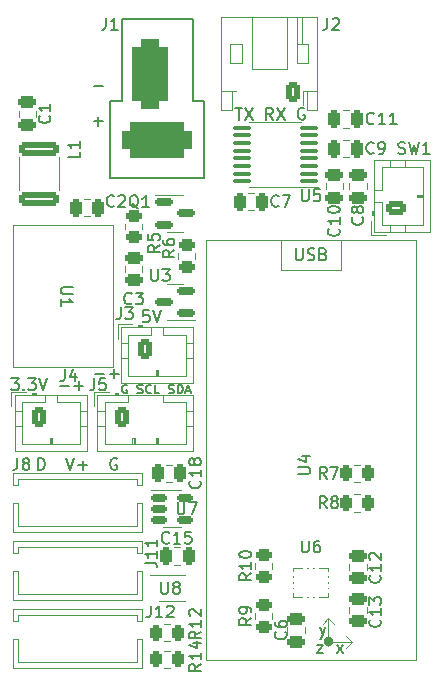
<source format=gto>
G04 #@! TF.GenerationSoftware,KiCad,Pcbnew,6.0.9-8da3e8f707~116~ubuntu20.04.1*
G04 #@! TF.CreationDate,2022-11-15T09:16:16-05:00*
G04 #@! TF.ProjectId,dynamixel_control,64796e61-6d69-4786-956c-5f636f6e7472,rev?*
G04 #@! TF.SameCoordinates,Original*
G04 #@! TF.FileFunction,Legend,Top*
G04 #@! TF.FilePolarity,Positive*
%FSLAX46Y46*%
G04 Gerber Fmt 4.6, Leading zero omitted, Abs format (unit mm)*
G04 Created by KiCad (PCBNEW 6.0.9-8da3e8f707~116~ubuntu20.04.1) date 2022-11-15 09:16:16*
%MOMM*%
%LPD*%
G01*
G04 APERTURE LIST*
G04 Aperture macros list*
%AMRoundRect*
0 Rectangle with rounded corners*
0 $1 Rounding radius*
0 $2 $3 $4 $5 $6 $7 $8 $9 X,Y pos of 4 corners*
0 Add a 4 corners polygon primitive as box body*
4,1,4,$2,$3,$4,$5,$6,$7,$8,$9,$2,$3,0*
0 Add four circle primitives for the rounded corners*
1,1,$1+$1,$2,$3*
1,1,$1+$1,$4,$5*
1,1,$1+$1,$6,$7*
1,1,$1+$1,$8,$9*
0 Add four rect primitives between the rounded corners*
20,1,$1+$1,$2,$3,$4,$5,0*
20,1,$1+$1,$4,$5,$6,$7,0*
20,1,$1+$1,$6,$7,$8,$9,0*
20,1,$1+$1,$8,$9,$2,$3,0*%
G04 Aperture macros list end*
%ADD10C,0.150000*%
%ADD11C,0.200000*%
%ADD12C,0.120000*%
%ADD13C,0.413553*%
%ADD14RoundRect,0.750000X0.750000X2.250000X-0.750000X2.250000X-0.750000X-2.250000X0.750000X-2.250000X0*%
%ADD15RoundRect,0.750000X-2.250000X0.750000X-2.250000X-0.750000X2.250000X-0.750000X2.250000X0.750000X0*%
%ADD16RoundRect,0.250000X-0.450000X0.262500X-0.450000X-0.262500X0.450000X-0.262500X0.450000X0.262500X0*%
%ADD17RoundRect,0.250000X-0.475000X0.250000X-0.475000X-0.250000X0.475000X-0.250000X0.475000X0.250000X0*%
%ADD18C,3.200000*%
%ADD19RoundRect,0.250000X-0.250000X-0.475000X0.250000X-0.475000X0.250000X0.475000X-0.250000X0.475000X0*%
%ADD20RoundRect,0.250000X-0.350000X-0.625000X0.350000X-0.625000X0.350000X0.625000X-0.350000X0.625000X0*%
%ADD21O,1.200000X1.750000*%
%ADD22RoundRect,0.250000X0.625000X-0.350000X0.625000X0.350000X-0.625000X0.350000X-0.625000X-0.350000X0*%
%ADD23O,1.750000X1.200000*%
%ADD24RoundRect,0.250000X0.350000X0.625000X-0.350000X0.625000X-0.350000X-0.625000X0.350000X-0.625000X0*%
%ADD25RoundRect,0.250000X0.262500X0.450000X-0.262500X0.450000X-0.262500X-0.450000X0.262500X-0.450000X0*%
%ADD26RoundRect,0.250000X-0.262500X-0.450000X0.262500X-0.450000X0.262500X0.450000X-0.262500X0.450000X0*%
%ADD27O,1.651000X1.270000*%
%ADD28RoundRect,0.250000X0.475000X-0.250000X0.475000X0.250000X-0.475000X0.250000X-0.475000X-0.250000X0*%
%ADD29RoundRect,0.150000X0.587500X0.150000X-0.587500X0.150000X-0.587500X-0.150000X0.587500X-0.150000X0*%
%ADD30RoundRect,0.250000X0.450000X-0.262500X0.450000X0.262500X-0.450000X0.262500X-0.450000X-0.262500X0*%
%ADD31RoundRect,0.150000X-0.587500X-0.150000X0.587500X-0.150000X0.587500X0.150000X-0.587500X0.150000X0*%
%ADD32R,1.750000X1.750000*%
%ADD33C,1.750000*%
%ADD34R,1.500000X0.300000*%
%ADD35R,0.300000X1.500000*%
%ADD36RoundRect,0.150000X-0.512500X-0.150000X0.512500X-0.150000X0.512500X0.150000X-0.512500X0.150000X0*%
%ADD37RoundRect,0.100000X0.637500X0.100000X-0.637500X0.100000X-0.637500X-0.100000X0.637500X-0.100000X0*%
%ADD38RoundRect,0.250000X-1.450000X0.312500X-1.450000X-0.312500X1.450000X-0.312500X1.450000X0.312500X0*%
%ADD39R,0.800000X0.300000*%
%ADD40RoundRect,0.250000X0.250000X0.475000X-0.250000X0.475000X-0.250000X-0.475000X0.250000X-0.475000X0*%
G04 APERTURE END LIST*
D10*
X29935714Y-51525000D02*
X29864285Y-51489285D01*
X29757142Y-51489285D01*
X29650000Y-51525000D01*
X29578571Y-51596428D01*
X29542857Y-51667857D01*
X29507142Y-51810714D01*
X29507142Y-51917857D01*
X29542857Y-52060714D01*
X29578571Y-52132142D01*
X29650000Y-52203571D01*
X29757142Y-52239285D01*
X29828571Y-52239285D01*
X29935714Y-52203571D01*
X29971428Y-52167857D01*
X29971428Y-51917857D01*
X29828571Y-51917857D01*
X30828571Y-52203571D02*
X30935714Y-52239285D01*
X31114285Y-52239285D01*
X31185714Y-52203571D01*
X31221428Y-52167857D01*
X31257142Y-52096428D01*
X31257142Y-52025000D01*
X31221428Y-51953571D01*
X31185714Y-51917857D01*
X31114285Y-51882142D01*
X30971428Y-51846428D01*
X30900000Y-51810714D01*
X30864285Y-51775000D01*
X30828571Y-51703571D01*
X30828571Y-51632142D01*
X30864285Y-51560714D01*
X30900000Y-51525000D01*
X30971428Y-51489285D01*
X31150000Y-51489285D01*
X31257142Y-51525000D01*
X32007142Y-52167857D02*
X31971428Y-52203571D01*
X31864285Y-52239285D01*
X31792857Y-52239285D01*
X31685714Y-52203571D01*
X31614285Y-52132142D01*
X31578571Y-52060714D01*
X31542857Y-51917857D01*
X31542857Y-51810714D01*
X31578571Y-51667857D01*
X31614285Y-51596428D01*
X31685714Y-51525000D01*
X31792857Y-51489285D01*
X31864285Y-51489285D01*
X31971428Y-51525000D01*
X32007142Y-51560714D01*
X32685714Y-52239285D02*
X32328571Y-52239285D01*
X32328571Y-51489285D01*
X33471428Y-52203571D02*
X33578571Y-52239285D01*
X33757142Y-52239285D01*
X33828571Y-52203571D01*
X33864285Y-52167857D01*
X33900000Y-52096428D01*
X33900000Y-52025000D01*
X33864285Y-51953571D01*
X33828571Y-51917857D01*
X33757142Y-51882142D01*
X33614285Y-51846428D01*
X33542857Y-51810714D01*
X33507142Y-51775000D01*
X33471428Y-51703571D01*
X33471428Y-51632142D01*
X33507142Y-51560714D01*
X33542857Y-51525000D01*
X33614285Y-51489285D01*
X33792857Y-51489285D01*
X33900000Y-51525000D01*
X34221428Y-52239285D02*
X34221428Y-51489285D01*
X34400000Y-51489285D01*
X34507142Y-51525000D01*
X34578571Y-51596428D01*
X34614285Y-51667857D01*
X34650000Y-51810714D01*
X34650000Y-51917857D01*
X34614285Y-52060714D01*
X34578571Y-52132142D01*
X34507142Y-52203571D01*
X34400000Y-52239285D01*
X34221428Y-52239285D01*
X34935714Y-52025000D02*
X35292857Y-52025000D01*
X34864285Y-52239285D02*
X35114285Y-51489285D01*
X35364285Y-52239285D01*
X39100000Y-28052380D02*
X39671428Y-28052380D01*
X39385714Y-29052380D02*
X39385714Y-28052380D01*
X39909523Y-28052380D02*
X40576190Y-29052380D01*
X40576190Y-28052380D02*
X39909523Y-29052380D01*
X42290476Y-29052380D02*
X41957142Y-28576190D01*
X41719047Y-29052380D02*
X41719047Y-28052380D01*
X42100000Y-28052380D01*
X42195238Y-28100000D01*
X42242857Y-28147619D01*
X42290476Y-28242857D01*
X42290476Y-28385714D01*
X42242857Y-28480952D01*
X42195238Y-28528571D01*
X42100000Y-28576190D01*
X41719047Y-28576190D01*
X42623809Y-28052380D02*
X43290476Y-29052380D01*
X43290476Y-28052380D02*
X42623809Y-29052380D01*
X44957142Y-28100000D02*
X44861904Y-28052380D01*
X44719047Y-28052380D01*
X44576190Y-28100000D01*
X44480952Y-28195238D01*
X44433333Y-28290476D01*
X44385714Y-28480952D01*
X44385714Y-28623809D01*
X44433333Y-28814285D01*
X44480952Y-28909523D01*
X44576190Y-29004761D01*
X44719047Y-29052380D01*
X44814285Y-29052380D01*
X44957142Y-29004761D01*
X45004761Y-28957142D01*
X45004761Y-28623809D01*
X44814285Y-28623809D01*
X20154761Y-50952380D02*
X20773809Y-50952380D01*
X20440476Y-51333333D01*
X20583333Y-51333333D01*
X20678571Y-51380952D01*
X20726190Y-51428571D01*
X20773809Y-51523809D01*
X20773809Y-51761904D01*
X20726190Y-51857142D01*
X20678571Y-51904761D01*
X20583333Y-51952380D01*
X20297619Y-51952380D01*
X20202380Y-51904761D01*
X20154761Y-51857142D01*
X21202380Y-51857142D02*
X21250000Y-51904761D01*
X21202380Y-51952380D01*
X21154761Y-51904761D01*
X21202380Y-51857142D01*
X21202380Y-51952380D01*
X21583333Y-50952380D02*
X22202380Y-50952380D01*
X21869047Y-51333333D01*
X22011904Y-51333333D01*
X22107142Y-51380952D01*
X22154761Y-51428571D01*
X22202380Y-51523809D01*
X22202380Y-51761904D01*
X22154761Y-51857142D01*
X22107142Y-51904761D01*
X22011904Y-51952380D01*
X21726190Y-51952380D01*
X21630952Y-51904761D01*
X21583333Y-51857142D01*
X22488095Y-50952380D02*
X22821428Y-51952380D01*
X23154761Y-50952380D01*
X24250000Y-51571428D02*
X25011904Y-51571428D01*
X25488095Y-51571428D02*
X26250000Y-51571428D01*
X25869047Y-51952380D02*
X25869047Y-51190476D01*
X22416666Y-58702380D02*
X22416666Y-57702380D01*
X22654761Y-57702380D01*
X22797619Y-57750000D01*
X22892857Y-57845238D01*
X22940476Y-57940476D01*
X22988095Y-58130952D01*
X22988095Y-58273809D01*
X22940476Y-58464285D01*
X22892857Y-58559523D01*
X22797619Y-58654761D01*
X22654761Y-58702380D01*
X22416666Y-58702380D01*
X24797619Y-57702380D02*
X25130952Y-58702380D01*
X25464285Y-57702380D01*
X25797619Y-58321428D02*
X26559523Y-58321428D01*
X26178571Y-58702380D02*
X26178571Y-57940476D01*
X29083333Y-57750000D02*
X28988095Y-57702380D01*
X28845238Y-57702380D01*
X28702380Y-57750000D01*
X28607142Y-57845238D01*
X28559523Y-57940476D01*
X28511904Y-58130952D01*
X28511904Y-58273809D01*
X28559523Y-58464285D01*
X28607142Y-58559523D01*
X28702380Y-58654761D01*
X28845238Y-58702380D01*
X28940476Y-58702380D01*
X29083333Y-58654761D01*
X29130952Y-58607142D01*
X29130952Y-58273809D01*
X28940476Y-58273809D01*
X27250000Y-50571428D02*
X28011904Y-50571428D01*
X28488095Y-50571428D02*
X29250000Y-50571428D01*
X28869047Y-50952380D02*
X28869047Y-50190476D01*
X31809523Y-45202380D02*
X31333333Y-45202380D01*
X31285714Y-45678571D01*
X31333333Y-45630952D01*
X31428571Y-45583333D01*
X31666666Y-45583333D01*
X31761904Y-45630952D01*
X31809523Y-45678571D01*
X31857142Y-45773809D01*
X31857142Y-46011904D01*
X31809523Y-46107142D01*
X31761904Y-46154761D01*
X31666666Y-46202380D01*
X31428571Y-46202380D01*
X31333333Y-46154761D01*
X31285714Y-46107142D01*
X32142857Y-45202380D02*
X32476190Y-46202380D01*
X32809523Y-45202380D01*
X28166666Y-20452380D02*
X28166666Y-21166666D01*
X28119047Y-21309523D01*
X28023809Y-21404761D01*
X27880952Y-21452380D01*
X27785714Y-21452380D01*
X29166666Y-21452380D02*
X28595238Y-21452380D01*
X28880952Y-21452380D02*
X28880952Y-20452380D01*
X28785714Y-20595238D01*
X28690476Y-20690476D01*
X28595238Y-20738095D01*
X27880952Y-26178571D02*
X27119047Y-26178571D01*
X27880952Y-29178571D02*
X27119047Y-29178571D01*
X27500000Y-28797619D02*
X27500000Y-29559523D01*
X32702380Y-39666666D02*
X32226190Y-40000000D01*
X32702380Y-40238095D02*
X31702380Y-40238095D01*
X31702380Y-39857142D01*
X31750000Y-39761904D01*
X31797619Y-39714285D01*
X31892857Y-39666666D01*
X32035714Y-39666666D01*
X32130952Y-39714285D01*
X32178571Y-39761904D01*
X32226190Y-39857142D01*
X32226190Y-40238095D01*
X31702380Y-38761904D02*
X31702380Y-39238095D01*
X32178571Y-39285714D01*
X32130952Y-39238095D01*
X32083333Y-39142857D01*
X32083333Y-38904761D01*
X32130952Y-38809523D01*
X32178571Y-38761904D01*
X32273809Y-38714285D01*
X32511904Y-38714285D01*
X32607142Y-38761904D01*
X32654761Y-38809523D01*
X32702380Y-38904761D01*
X32702380Y-39142857D01*
X32654761Y-39238095D01*
X32607142Y-39285714D01*
X47857142Y-38292857D02*
X47904761Y-38340476D01*
X47952380Y-38483333D01*
X47952380Y-38578571D01*
X47904761Y-38721428D01*
X47809523Y-38816666D01*
X47714285Y-38864285D01*
X47523809Y-38911904D01*
X47380952Y-38911904D01*
X47190476Y-38864285D01*
X47095238Y-38816666D01*
X47000000Y-38721428D01*
X46952380Y-38578571D01*
X46952380Y-38483333D01*
X47000000Y-38340476D01*
X47047619Y-38292857D01*
X47952380Y-37340476D02*
X47952380Y-37911904D01*
X47952380Y-37626190D02*
X46952380Y-37626190D01*
X47095238Y-37721428D01*
X47190476Y-37816666D01*
X47238095Y-37911904D01*
X46952380Y-36721428D02*
X46952380Y-36626190D01*
X47000000Y-36530952D01*
X47047619Y-36483333D01*
X47142857Y-36435714D01*
X47333333Y-36388095D01*
X47571428Y-36388095D01*
X47761904Y-36435714D01*
X47857142Y-36483333D01*
X47904761Y-36530952D01*
X47952380Y-36626190D01*
X47952380Y-36721428D01*
X47904761Y-36816666D01*
X47857142Y-36864285D01*
X47761904Y-36911904D01*
X47571428Y-36959523D01*
X47333333Y-36959523D01*
X47142857Y-36911904D01*
X47047619Y-36864285D01*
X47000000Y-36816666D01*
X46952380Y-36721428D01*
X50857142Y-29357142D02*
X50809523Y-29404761D01*
X50666666Y-29452380D01*
X50571428Y-29452380D01*
X50428571Y-29404761D01*
X50333333Y-29309523D01*
X50285714Y-29214285D01*
X50238095Y-29023809D01*
X50238095Y-28880952D01*
X50285714Y-28690476D01*
X50333333Y-28595238D01*
X50428571Y-28500000D01*
X50571428Y-28452380D01*
X50666666Y-28452380D01*
X50809523Y-28500000D01*
X50857142Y-28547619D01*
X51809523Y-29452380D02*
X51238095Y-29452380D01*
X51523809Y-29452380D02*
X51523809Y-28452380D01*
X51428571Y-28595238D01*
X51333333Y-28690476D01*
X51238095Y-28738095D01*
X52761904Y-29452380D02*
X52190476Y-29452380D01*
X52476190Y-29452380D02*
X52476190Y-28452380D01*
X52380952Y-28595238D01*
X52285714Y-28690476D01*
X52190476Y-28738095D01*
X29416666Y-44952380D02*
X29416666Y-45666666D01*
X29369047Y-45809523D01*
X29273809Y-45904761D01*
X29130952Y-45952380D01*
X29035714Y-45952380D01*
X29797619Y-44952380D02*
X30416666Y-44952380D01*
X30083333Y-45333333D01*
X30226190Y-45333333D01*
X30321428Y-45380952D01*
X30369047Y-45428571D01*
X30416666Y-45523809D01*
X30416666Y-45761904D01*
X30369047Y-45857142D01*
X30321428Y-45904761D01*
X30226190Y-45952380D01*
X29940476Y-45952380D01*
X29845238Y-45904761D01*
X29797619Y-45857142D01*
X52916666Y-31904761D02*
X53059523Y-31952380D01*
X53297619Y-31952380D01*
X53392857Y-31904761D01*
X53440476Y-31857142D01*
X53488095Y-31761904D01*
X53488095Y-31666666D01*
X53440476Y-31571428D01*
X53392857Y-31523809D01*
X53297619Y-31476190D01*
X53107142Y-31428571D01*
X53011904Y-31380952D01*
X52964285Y-31333333D01*
X52916666Y-31238095D01*
X52916666Y-31142857D01*
X52964285Y-31047619D01*
X53011904Y-31000000D01*
X53107142Y-30952380D01*
X53345238Y-30952380D01*
X53488095Y-31000000D01*
X53821428Y-30952380D02*
X54059523Y-31952380D01*
X54250000Y-31238095D01*
X54440476Y-31952380D01*
X54678571Y-30952380D01*
X55583333Y-31952380D02*
X55011904Y-31952380D01*
X55297619Y-31952380D02*
X55297619Y-30952380D01*
X55202380Y-31095238D01*
X55107142Y-31190476D01*
X55011904Y-31238095D01*
X43357142Y-72416666D02*
X43404761Y-72464285D01*
X43452380Y-72607142D01*
X43452380Y-72702380D01*
X43404761Y-72845238D01*
X43309523Y-72940476D01*
X43214285Y-72988095D01*
X43023809Y-73035714D01*
X42880952Y-73035714D01*
X42690476Y-72988095D01*
X42595238Y-72940476D01*
X42500000Y-72845238D01*
X42452380Y-72702380D01*
X42452380Y-72607142D01*
X42500000Y-72464285D01*
X42547619Y-72416666D01*
X42452380Y-71559523D02*
X42452380Y-71750000D01*
X42500000Y-71845238D01*
X42547619Y-71892857D01*
X42690476Y-71988095D01*
X42880952Y-72035714D01*
X43261904Y-72035714D01*
X43357142Y-71988095D01*
X43404761Y-71940476D01*
X43452380Y-71845238D01*
X43452380Y-71654761D01*
X43404761Y-71559523D01*
X43357142Y-71511904D01*
X43261904Y-71464285D01*
X43023809Y-71464285D01*
X42928571Y-71511904D01*
X42880952Y-71559523D01*
X42833333Y-71654761D01*
X42833333Y-71845238D01*
X42880952Y-71940476D01*
X42928571Y-71988095D01*
X43023809Y-72035714D01*
X51357142Y-71392857D02*
X51404761Y-71440476D01*
X51452380Y-71583333D01*
X51452380Y-71678571D01*
X51404761Y-71821428D01*
X51309523Y-71916666D01*
X51214285Y-71964285D01*
X51023809Y-72011904D01*
X50880952Y-72011904D01*
X50690476Y-71964285D01*
X50595238Y-71916666D01*
X50500000Y-71821428D01*
X50452380Y-71678571D01*
X50452380Y-71583333D01*
X50500000Y-71440476D01*
X50547619Y-71392857D01*
X51452380Y-70440476D02*
X51452380Y-71011904D01*
X51452380Y-70726190D02*
X50452380Y-70726190D01*
X50595238Y-70821428D01*
X50690476Y-70916666D01*
X50738095Y-71011904D01*
X50452380Y-70107142D02*
X50452380Y-69488095D01*
X50833333Y-69821428D01*
X50833333Y-69678571D01*
X50880952Y-69583333D01*
X50928571Y-69535714D01*
X51023809Y-69488095D01*
X51261904Y-69488095D01*
X51357142Y-69535714D01*
X51404761Y-69583333D01*
X51452380Y-69678571D01*
X51452380Y-69964285D01*
X51404761Y-70059523D01*
X51357142Y-70107142D01*
X46916666Y-20452380D02*
X46916666Y-21166666D01*
X46869047Y-21309523D01*
X46773809Y-21404761D01*
X46630952Y-21452380D01*
X46535714Y-21452380D01*
X47345238Y-20547619D02*
X47392857Y-20500000D01*
X47488095Y-20452380D01*
X47726190Y-20452380D01*
X47821428Y-20500000D01*
X47869047Y-20547619D01*
X47916666Y-20642857D01*
X47916666Y-20738095D01*
X47869047Y-20880952D01*
X47297619Y-21452380D01*
X47916666Y-21452380D01*
X30333333Y-44607142D02*
X30285714Y-44654761D01*
X30142857Y-44702380D01*
X30047619Y-44702380D01*
X29904761Y-44654761D01*
X29809523Y-44559523D01*
X29761904Y-44464285D01*
X29714285Y-44273809D01*
X29714285Y-44130952D01*
X29761904Y-43940476D01*
X29809523Y-43845238D01*
X29904761Y-43750000D01*
X30047619Y-43702380D01*
X30142857Y-43702380D01*
X30285714Y-43750000D01*
X30333333Y-43797619D01*
X30666666Y-43702380D02*
X31285714Y-43702380D01*
X30952380Y-44083333D01*
X31095238Y-44083333D01*
X31190476Y-44130952D01*
X31238095Y-44178571D01*
X31285714Y-44273809D01*
X31285714Y-44511904D01*
X31238095Y-44607142D01*
X31190476Y-44654761D01*
X31095238Y-44702380D01*
X30809523Y-44702380D01*
X30714285Y-44654761D01*
X30666666Y-44607142D01*
X33952380Y-40091666D02*
X33476190Y-40425000D01*
X33952380Y-40663095D02*
X32952380Y-40663095D01*
X32952380Y-40282142D01*
X33000000Y-40186904D01*
X33047619Y-40139285D01*
X33142857Y-40091666D01*
X33285714Y-40091666D01*
X33380952Y-40139285D01*
X33428571Y-40186904D01*
X33476190Y-40282142D01*
X33476190Y-40663095D01*
X32952380Y-39234523D02*
X32952380Y-39425000D01*
X33000000Y-39520238D01*
X33047619Y-39567857D01*
X33190476Y-39663095D01*
X33380952Y-39710714D01*
X33761904Y-39710714D01*
X33857142Y-39663095D01*
X33904761Y-39615476D01*
X33952380Y-39520238D01*
X33952380Y-39329761D01*
X33904761Y-39234523D01*
X33857142Y-39186904D01*
X33761904Y-39139285D01*
X33523809Y-39139285D01*
X33428571Y-39186904D01*
X33380952Y-39234523D01*
X33333333Y-39329761D01*
X33333333Y-39520238D01*
X33380952Y-39615476D01*
X33428571Y-39663095D01*
X33523809Y-39710714D01*
X27166666Y-50952380D02*
X27166666Y-51666666D01*
X27119047Y-51809523D01*
X27023809Y-51904761D01*
X26880952Y-51952380D01*
X26785714Y-51952380D01*
X28119047Y-50952380D02*
X27642857Y-50952380D01*
X27595238Y-51428571D01*
X27642857Y-51380952D01*
X27738095Y-51333333D01*
X27976190Y-51333333D01*
X28071428Y-51380952D01*
X28119047Y-51428571D01*
X28166666Y-51523809D01*
X28166666Y-51761904D01*
X28119047Y-51857142D01*
X28071428Y-51904761D01*
X27976190Y-51952380D01*
X27738095Y-51952380D01*
X27642857Y-51904761D01*
X27595238Y-51857142D01*
X36202380Y-75142857D02*
X35726190Y-75476190D01*
X36202380Y-75714285D02*
X35202380Y-75714285D01*
X35202380Y-75333333D01*
X35250000Y-75238095D01*
X35297619Y-75190476D01*
X35392857Y-75142857D01*
X35535714Y-75142857D01*
X35630952Y-75190476D01*
X35678571Y-75238095D01*
X35726190Y-75333333D01*
X35726190Y-75714285D01*
X36202380Y-74190476D02*
X36202380Y-74761904D01*
X36202380Y-74476190D02*
X35202380Y-74476190D01*
X35345238Y-74571428D01*
X35440476Y-74666666D01*
X35488095Y-74761904D01*
X35535714Y-73333333D02*
X36202380Y-73333333D01*
X35154761Y-73571428D02*
X35869047Y-73809523D01*
X35869047Y-73190476D01*
X46833333Y-61952380D02*
X46500000Y-61476190D01*
X46261904Y-61952380D02*
X46261904Y-60952380D01*
X46642857Y-60952380D01*
X46738095Y-61000000D01*
X46785714Y-61047619D01*
X46833333Y-61142857D01*
X46833333Y-61285714D01*
X46785714Y-61380952D01*
X46738095Y-61428571D01*
X46642857Y-61476190D01*
X46261904Y-61476190D01*
X47404761Y-61380952D02*
X47309523Y-61333333D01*
X47261904Y-61285714D01*
X47214285Y-61190476D01*
X47214285Y-61142857D01*
X47261904Y-61047619D01*
X47309523Y-61000000D01*
X47404761Y-60952380D01*
X47595238Y-60952380D01*
X47690476Y-61000000D01*
X47738095Y-61047619D01*
X47785714Y-61142857D01*
X47785714Y-61190476D01*
X47738095Y-61285714D01*
X47690476Y-61333333D01*
X47595238Y-61380952D01*
X47404761Y-61380952D01*
X47309523Y-61428571D01*
X47261904Y-61476190D01*
X47214285Y-61571428D01*
X47214285Y-61761904D01*
X47261904Y-61857142D01*
X47309523Y-61904761D01*
X47404761Y-61952380D01*
X47595238Y-61952380D01*
X47690476Y-61904761D01*
X47738095Y-61857142D01*
X47785714Y-61761904D01*
X47785714Y-61571428D01*
X47738095Y-61476190D01*
X47690476Y-61428571D01*
X47595238Y-61380952D01*
X50833333Y-31857142D02*
X50785714Y-31904761D01*
X50642857Y-31952380D01*
X50547619Y-31952380D01*
X50404761Y-31904761D01*
X50309523Y-31809523D01*
X50261904Y-31714285D01*
X50214285Y-31523809D01*
X50214285Y-31380952D01*
X50261904Y-31190476D01*
X50309523Y-31095238D01*
X50404761Y-31000000D01*
X50547619Y-30952380D01*
X50642857Y-30952380D01*
X50785714Y-31000000D01*
X50833333Y-31047619D01*
X51309523Y-31952380D02*
X51500000Y-31952380D01*
X51595238Y-31904761D01*
X51642857Y-31857142D01*
X51738095Y-31714285D01*
X51785714Y-31523809D01*
X51785714Y-31142857D01*
X51738095Y-31047619D01*
X51690476Y-31000000D01*
X51595238Y-30952380D01*
X51404761Y-30952380D01*
X51309523Y-31000000D01*
X51261904Y-31047619D01*
X51214285Y-31142857D01*
X51214285Y-31380952D01*
X51261904Y-31476190D01*
X51309523Y-31523809D01*
X51404761Y-31571428D01*
X51595238Y-31571428D01*
X51690476Y-31523809D01*
X51738095Y-31476190D01*
X51785714Y-31380952D01*
X24666666Y-50202380D02*
X24666666Y-50916666D01*
X24619047Y-51059523D01*
X24523809Y-51154761D01*
X24380952Y-51202380D01*
X24285714Y-51202380D01*
X25571428Y-50535714D02*
X25571428Y-51202380D01*
X25333333Y-50154761D02*
X25095238Y-50869047D01*
X25714285Y-50869047D01*
X44452380Y-59041904D02*
X45261904Y-59041904D01*
X45357142Y-58994285D01*
X45404761Y-58946666D01*
X45452380Y-58851428D01*
X45452380Y-58660952D01*
X45404761Y-58565714D01*
X45357142Y-58518095D01*
X45261904Y-58470476D01*
X44452380Y-58470476D01*
X44785714Y-57565714D02*
X45452380Y-57565714D01*
X44404761Y-57803809D02*
X45119047Y-58041904D01*
X45119047Y-57422857D01*
X44238095Y-39952380D02*
X44238095Y-40761904D01*
X44285714Y-40857142D01*
X44333333Y-40904761D01*
X44428571Y-40952380D01*
X44619047Y-40952380D01*
X44714285Y-40904761D01*
X44761904Y-40857142D01*
X44809523Y-40761904D01*
X44809523Y-39952380D01*
X45238095Y-40904761D02*
X45380952Y-40952380D01*
X45619047Y-40952380D01*
X45714285Y-40904761D01*
X45761904Y-40857142D01*
X45809523Y-40761904D01*
X45809523Y-40666666D01*
X45761904Y-40571428D01*
X45714285Y-40523809D01*
X45619047Y-40476190D01*
X45428571Y-40428571D01*
X45333333Y-40380952D01*
X45285714Y-40333333D01*
X45238095Y-40238095D01*
X45238095Y-40142857D01*
X45285714Y-40047619D01*
X45333333Y-40000000D01*
X45428571Y-39952380D01*
X45666666Y-39952380D01*
X45809523Y-40000000D01*
X46571428Y-40428571D02*
X46714285Y-40476190D01*
X46761904Y-40523809D01*
X46809523Y-40619047D01*
X46809523Y-40761904D01*
X46761904Y-40857142D01*
X46714285Y-40904761D01*
X46619047Y-40952380D01*
X46238095Y-40952380D01*
X46238095Y-39952380D01*
X46571428Y-39952380D01*
X46666666Y-40000000D01*
X46714285Y-40047619D01*
X46761904Y-40142857D01*
X46761904Y-40238095D01*
X46714285Y-40333333D01*
X46666666Y-40380952D01*
X46571428Y-40428571D01*
X46238095Y-40428571D01*
X49857142Y-37316666D02*
X49904761Y-37364285D01*
X49952380Y-37507142D01*
X49952380Y-37602380D01*
X49904761Y-37745238D01*
X49809523Y-37840476D01*
X49714285Y-37888095D01*
X49523809Y-37935714D01*
X49380952Y-37935714D01*
X49190476Y-37888095D01*
X49095238Y-37840476D01*
X49000000Y-37745238D01*
X48952380Y-37602380D01*
X48952380Y-37507142D01*
X49000000Y-37364285D01*
X49047619Y-37316666D01*
X49380952Y-36745238D02*
X49333333Y-36840476D01*
X49285714Y-36888095D01*
X49190476Y-36935714D01*
X49142857Y-36935714D01*
X49047619Y-36888095D01*
X49000000Y-36840476D01*
X48952380Y-36745238D01*
X48952380Y-36554761D01*
X49000000Y-36459523D01*
X49047619Y-36411904D01*
X49142857Y-36364285D01*
X49190476Y-36364285D01*
X49285714Y-36411904D01*
X49333333Y-36459523D01*
X49380952Y-36554761D01*
X49380952Y-36745238D01*
X49428571Y-36840476D01*
X49476190Y-36888095D01*
X49571428Y-36935714D01*
X49761904Y-36935714D01*
X49857142Y-36888095D01*
X49904761Y-36840476D01*
X49952380Y-36745238D01*
X49952380Y-36554761D01*
X49904761Y-36459523D01*
X49857142Y-36411904D01*
X49761904Y-36364285D01*
X49571428Y-36364285D01*
X49476190Y-36411904D01*
X49428571Y-36459523D01*
X49380952Y-36554761D01*
X33507142Y-64857142D02*
X33459523Y-64904761D01*
X33316666Y-64952380D01*
X33221428Y-64952380D01*
X33078571Y-64904761D01*
X32983333Y-64809523D01*
X32935714Y-64714285D01*
X32888095Y-64523809D01*
X32888095Y-64380952D01*
X32935714Y-64190476D01*
X32983333Y-64095238D01*
X33078571Y-64000000D01*
X33221428Y-63952380D01*
X33316666Y-63952380D01*
X33459523Y-64000000D01*
X33507142Y-64047619D01*
X34459523Y-64952380D02*
X33888095Y-64952380D01*
X34173809Y-64952380D02*
X34173809Y-63952380D01*
X34078571Y-64095238D01*
X33983333Y-64190476D01*
X33888095Y-64238095D01*
X35364285Y-63952380D02*
X34888095Y-63952380D01*
X34840476Y-64428571D01*
X34888095Y-64380952D01*
X34983333Y-64333333D01*
X35221428Y-64333333D01*
X35316666Y-64380952D01*
X35364285Y-64428571D01*
X35411904Y-64523809D01*
X35411904Y-64761904D01*
X35364285Y-64857142D01*
X35316666Y-64904761D01*
X35221428Y-64952380D01*
X34983333Y-64952380D01*
X34888095Y-64904761D01*
X34840476Y-64857142D01*
X31988095Y-41702380D02*
X31988095Y-42511904D01*
X32035714Y-42607142D01*
X32083333Y-42654761D01*
X32178571Y-42702380D01*
X32369047Y-42702380D01*
X32464285Y-42654761D01*
X32511904Y-42607142D01*
X32559523Y-42511904D01*
X32559523Y-41702380D01*
X32940476Y-41702380D02*
X33559523Y-41702380D01*
X33226190Y-42083333D01*
X33369047Y-42083333D01*
X33464285Y-42130952D01*
X33511904Y-42178571D01*
X33559523Y-42273809D01*
X33559523Y-42511904D01*
X33511904Y-42607142D01*
X33464285Y-42654761D01*
X33369047Y-42702380D01*
X33083333Y-42702380D01*
X32988095Y-42654761D01*
X32940476Y-42607142D01*
X40452380Y-67480357D02*
X39976190Y-67813690D01*
X40452380Y-68051785D02*
X39452380Y-68051785D01*
X39452380Y-67670833D01*
X39500000Y-67575595D01*
X39547619Y-67527976D01*
X39642857Y-67480357D01*
X39785714Y-67480357D01*
X39880952Y-67527976D01*
X39928571Y-67575595D01*
X39976190Y-67670833D01*
X39976190Y-68051785D01*
X40452380Y-66527976D02*
X40452380Y-67099404D01*
X40452380Y-66813690D02*
X39452380Y-66813690D01*
X39595238Y-66908928D01*
X39690476Y-67004166D01*
X39738095Y-67099404D01*
X39452380Y-65908928D02*
X39452380Y-65813690D01*
X39500000Y-65718452D01*
X39547619Y-65670833D01*
X39642857Y-65623214D01*
X39833333Y-65575595D01*
X40071428Y-65575595D01*
X40261904Y-65623214D01*
X40357142Y-65670833D01*
X40404761Y-65718452D01*
X40452380Y-65813690D01*
X40452380Y-65908928D01*
X40404761Y-66004166D01*
X40357142Y-66051785D01*
X40261904Y-66099404D01*
X40071428Y-66147023D01*
X39833333Y-66147023D01*
X39642857Y-66099404D01*
X39547619Y-66051785D01*
X39500000Y-66004166D01*
X39452380Y-65908928D01*
X23357142Y-28716666D02*
X23404761Y-28764285D01*
X23452380Y-28907142D01*
X23452380Y-29002380D01*
X23404761Y-29145238D01*
X23309523Y-29240476D01*
X23214285Y-29288095D01*
X23023809Y-29335714D01*
X22880952Y-29335714D01*
X22690476Y-29288095D01*
X22595238Y-29240476D01*
X22500000Y-29145238D01*
X22452380Y-29002380D01*
X22452380Y-28907142D01*
X22500000Y-28764285D01*
X22547619Y-28716666D01*
X23452380Y-27764285D02*
X23452380Y-28335714D01*
X23452380Y-28050000D02*
X22452380Y-28050000D01*
X22595238Y-28145238D01*
X22690476Y-28240476D01*
X22738095Y-28335714D01*
X30904761Y-36547619D02*
X30809523Y-36500000D01*
X30714285Y-36404761D01*
X30571428Y-36261904D01*
X30476190Y-36214285D01*
X30380952Y-36214285D01*
X30428571Y-36452380D02*
X30333333Y-36404761D01*
X30238095Y-36309523D01*
X30190476Y-36119047D01*
X30190476Y-35785714D01*
X30238095Y-35595238D01*
X30333333Y-35500000D01*
X30428571Y-35452380D01*
X30619047Y-35452380D01*
X30714285Y-35500000D01*
X30809523Y-35595238D01*
X30857142Y-35785714D01*
X30857142Y-36119047D01*
X30809523Y-36309523D01*
X30714285Y-36404761D01*
X30619047Y-36452380D01*
X30428571Y-36452380D01*
X31809523Y-36452380D02*
X31238095Y-36452380D01*
X31523809Y-36452380D02*
X31523809Y-35452380D01*
X31428571Y-35595238D01*
X31333333Y-35690476D01*
X31238095Y-35738095D01*
X31940476Y-70202380D02*
X31940476Y-70916666D01*
X31892857Y-71059523D01*
X31797619Y-71154761D01*
X31654761Y-71202380D01*
X31559523Y-71202380D01*
X32940476Y-71202380D02*
X32369047Y-71202380D01*
X32654761Y-71202380D02*
X32654761Y-70202380D01*
X32559523Y-70345238D01*
X32464285Y-70440476D01*
X32369047Y-70488095D01*
X33321428Y-70297619D02*
X33369047Y-70250000D01*
X33464285Y-70202380D01*
X33702380Y-70202380D01*
X33797619Y-70250000D01*
X33845238Y-70297619D01*
X33892857Y-70392857D01*
X33892857Y-70488095D01*
X33845238Y-70630952D01*
X33273809Y-71202380D01*
X33892857Y-71202380D01*
X28833333Y-36357142D02*
X28785714Y-36404761D01*
X28642857Y-36452380D01*
X28547619Y-36452380D01*
X28404761Y-36404761D01*
X28309523Y-36309523D01*
X28261904Y-36214285D01*
X28214285Y-36023809D01*
X28214285Y-35880952D01*
X28261904Y-35690476D01*
X28309523Y-35595238D01*
X28404761Y-35500000D01*
X28547619Y-35452380D01*
X28642857Y-35452380D01*
X28785714Y-35500000D01*
X28833333Y-35547619D01*
X29214285Y-35547619D02*
X29261904Y-35500000D01*
X29357142Y-35452380D01*
X29595238Y-35452380D01*
X29690476Y-35500000D01*
X29738095Y-35547619D01*
X29785714Y-35642857D01*
X29785714Y-35738095D01*
X29738095Y-35880952D01*
X29166666Y-36452380D01*
X29785714Y-36452380D01*
X25337619Y-43238095D02*
X24528095Y-43238095D01*
X24432857Y-43285714D01*
X24385238Y-43333333D01*
X24337619Y-43428571D01*
X24337619Y-43619047D01*
X24385238Y-43714285D01*
X24432857Y-43761904D01*
X24528095Y-43809523D01*
X25337619Y-43809523D01*
X24337619Y-44809523D02*
X24337619Y-44238095D01*
X24337619Y-44523809D02*
X25337619Y-44523809D01*
X25194761Y-44428571D01*
X25099523Y-44333333D01*
X25051904Y-44238095D01*
X44738095Y-64702380D02*
X44738095Y-65511904D01*
X44785714Y-65607142D01*
X44833333Y-65654761D01*
X44928571Y-65702380D01*
X45119047Y-65702380D01*
X45214285Y-65654761D01*
X45261904Y-65607142D01*
X45309523Y-65511904D01*
X45309523Y-64702380D01*
X46214285Y-64702380D02*
X46023809Y-64702380D01*
X45928571Y-64750000D01*
X45880952Y-64797619D01*
X45785714Y-64940476D01*
X45738095Y-65130952D01*
X45738095Y-65511904D01*
X45785714Y-65607142D01*
X45833333Y-65654761D01*
X45928571Y-65702380D01*
X46119047Y-65702380D01*
X46214285Y-65654761D01*
X46261904Y-65607142D01*
X46309523Y-65511904D01*
X46309523Y-65273809D01*
X46261904Y-65178571D01*
X46214285Y-65130952D01*
X46119047Y-65083333D01*
X45928571Y-65083333D01*
X45833333Y-65130952D01*
X45785714Y-65178571D01*
X45738095Y-65273809D01*
X46261904Y-72035714D02*
X46500000Y-72702380D01*
X46738095Y-72035714D02*
X46500000Y-72702380D01*
X46404761Y-72940476D01*
X46357142Y-72988095D01*
X46261904Y-73035714D01*
X45988095Y-73535714D02*
X46511904Y-73535714D01*
X45988095Y-74202380D01*
X46511904Y-74202380D01*
X47738095Y-74202380D02*
X48261904Y-73535714D01*
X47738095Y-73535714D02*
X48261904Y-74202380D01*
X42783333Y-36357142D02*
X42735714Y-36404761D01*
X42592857Y-36452380D01*
X42497619Y-36452380D01*
X42354761Y-36404761D01*
X42259523Y-36309523D01*
X42211904Y-36214285D01*
X42164285Y-36023809D01*
X42164285Y-35880952D01*
X42211904Y-35690476D01*
X42259523Y-35595238D01*
X42354761Y-35500000D01*
X42497619Y-35452380D01*
X42592857Y-35452380D01*
X42735714Y-35500000D01*
X42783333Y-35547619D01*
X43116666Y-35452380D02*
X43783333Y-35452380D01*
X43354761Y-36452380D01*
X51357142Y-67642857D02*
X51404761Y-67690476D01*
X51452380Y-67833333D01*
X51452380Y-67928571D01*
X51404761Y-68071428D01*
X51309523Y-68166666D01*
X51214285Y-68214285D01*
X51023809Y-68261904D01*
X50880952Y-68261904D01*
X50690476Y-68214285D01*
X50595238Y-68166666D01*
X50500000Y-68071428D01*
X50452380Y-67928571D01*
X50452380Y-67833333D01*
X50500000Y-67690476D01*
X50547619Y-67642857D01*
X51452380Y-66690476D02*
X51452380Y-67261904D01*
X51452380Y-66976190D02*
X50452380Y-66976190D01*
X50595238Y-67071428D01*
X50690476Y-67166666D01*
X50738095Y-67261904D01*
X50547619Y-66309523D02*
X50500000Y-66261904D01*
X50452380Y-66166666D01*
X50452380Y-65928571D01*
X50500000Y-65833333D01*
X50547619Y-65785714D01*
X50642857Y-65738095D01*
X50738095Y-65738095D01*
X50880952Y-65785714D01*
X51452380Y-66357142D01*
X51452380Y-65738095D01*
X20666666Y-57702380D02*
X20666666Y-58416666D01*
X20619047Y-58559523D01*
X20523809Y-58654761D01*
X20380952Y-58702380D01*
X20285714Y-58702380D01*
X21285714Y-58130952D02*
X21190476Y-58083333D01*
X21142857Y-58035714D01*
X21095238Y-57940476D01*
X21095238Y-57892857D01*
X21142857Y-57797619D01*
X21190476Y-57750000D01*
X21285714Y-57702380D01*
X21476190Y-57702380D01*
X21571428Y-57750000D01*
X21619047Y-57797619D01*
X21666666Y-57892857D01*
X21666666Y-57940476D01*
X21619047Y-58035714D01*
X21571428Y-58083333D01*
X21476190Y-58130952D01*
X21285714Y-58130952D01*
X21190476Y-58178571D01*
X21142857Y-58226190D01*
X21095238Y-58321428D01*
X21095238Y-58511904D01*
X21142857Y-58607142D01*
X21190476Y-58654761D01*
X21285714Y-58702380D01*
X21476190Y-58702380D01*
X21571428Y-58654761D01*
X21619047Y-58607142D01*
X21666666Y-58511904D01*
X21666666Y-58321428D01*
X21619047Y-58226190D01*
X21571428Y-58178571D01*
X21476190Y-58130952D01*
X34238095Y-61452380D02*
X34238095Y-62261904D01*
X34285714Y-62357142D01*
X34333333Y-62404761D01*
X34428571Y-62452380D01*
X34619047Y-62452380D01*
X34714285Y-62404761D01*
X34761904Y-62357142D01*
X34809523Y-62261904D01*
X34809523Y-61452380D01*
X35190476Y-61452380D02*
X35857142Y-61452380D01*
X35428571Y-62452380D01*
X36202380Y-72392857D02*
X35726190Y-72726190D01*
X36202380Y-72964285D02*
X35202380Y-72964285D01*
X35202380Y-72583333D01*
X35250000Y-72488095D01*
X35297619Y-72440476D01*
X35392857Y-72392857D01*
X35535714Y-72392857D01*
X35630952Y-72440476D01*
X35678571Y-72488095D01*
X35726190Y-72583333D01*
X35726190Y-72964285D01*
X36202380Y-71440476D02*
X36202380Y-72011904D01*
X36202380Y-71726190D02*
X35202380Y-71726190D01*
X35345238Y-71821428D01*
X35440476Y-71916666D01*
X35488095Y-72011904D01*
X35297619Y-71059523D02*
X35250000Y-71011904D01*
X35202380Y-70916666D01*
X35202380Y-70678571D01*
X35250000Y-70583333D01*
X35297619Y-70535714D01*
X35392857Y-70488095D01*
X35488095Y-70488095D01*
X35630952Y-70535714D01*
X36202380Y-71107142D01*
X36202380Y-70488095D01*
X46833333Y-59452380D02*
X46500000Y-58976190D01*
X46261904Y-59452380D02*
X46261904Y-58452380D01*
X46642857Y-58452380D01*
X46738095Y-58500000D01*
X46785714Y-58547619D01*
X46833333Y-58642857D01*
X46833333Y-58785714D01*
X46785714Y-58880952D01*
X46738095Y-58928571D01*
X46642857Y-58976190D01*
X46261904Y-58976190D01*
X47166666Y-58452380D02*
X47833333Y-58452380D01*
X47404761Y-59452380D01*
X44738095Y-34952380D02*
X44738095Y-35761904D01*
X44785714Y-35857142D01*
X44833333Y-35904761D01*
X44928571Y-35952380D01*
X45119047Y-35952380D01*
X45214285Y-35904761D01*
X45261904Y-35857142D01*
X45309523Y-35761904D01*
X45309523Y-34952380D01*
X46261904Y-34952380D02*
X45785714Y-34952380D01*
X45738095Y-35428571D01*
X45785714Y-35380952D01*
X45880952Y-35333333D01*
X46119047Y-35333333D01*
X46214285Y-35380952D01*
X46261904Y-35428571D01*
X46309523Y-35523809D01*
X46309523Y-35761904D01*
X46261904Y-35857142D01*
X46214285Y-35904761D01*
X46119047Y-35952380D01*
X45880952Y-35952380D01*
X45785714Y-35904761D01*
X45738095Y-35857142D01*
X40452380Y-71254166D02*
X39976190Y-71587500D01*
X40452380Y-71825595D02*
X39452380Y-71825595D01*
X39452380Y-71444642D01*
X39500000Y-71349404D01*
X39547619Y-71301785D01*
X39642857Y-71254166D01*
X39785714Y-71254166D01*
X39880952Y-71301785D01*
X39928571Y-71349404D01*
X39976190Y-71444642D01*
X39976190Y-71825595D01*
X40452380Y-70777976D02*
X40452380Y-70587500D01*
X40404761Y-70492261D01*
X40357142Y-70444642D01*
X40214285Y-70349404D01*
X40023809Y-70301785D01*
X39642857Y-70301785D01*
X39547619Y-70349404D01*
X39500000Y-70397023D01*
X39452380Y-70492261D01*
X39452380Y-70682738D01*
X39500000Y-70777976D01*
X39547619Y-70825595D01*
X39642857Y-70873214D01*
X39880952Y-70873214D01*
X39976190Y-70825595D01*
X40023809Y-70777976D01*
X40071428Y-70682738D01*
X40071428Y-70492261D01*
X40023809Y-70397023D01*
X39976190Y-70349404D01*
X39880952Y-70301785D01*
X25952380Y-31754166D02*
X25952380Y-32230357D01*
X24952380Y-32230357D01*
X25952380Y-30897023D02*
X25952380Y-31468452D01*
X25952380Y-31182738D02*
X24952380Y-31182738D01*
X25095238Y-31277976D01*
X25190476Y-31373214D01*
X25238095Y-31468452D01*
X32838095Y-68202380D02*
X32838095Y-69011904D01*
X32885714Y-69107142D01*
X32933333Y-69154761D01*
X33028571Y-69202380D01*
X33219047Y-69202380D01*
X33314285Y-69154761D01*
X33361904Y-69107142D01*
X33409523Y-69011904D01*
X33409523Y-68202380D01*
X34028571Y-68630952D02*
X33933333Y-68583333D01*
X33885714Y-68535714D01*
X33838095Y-68440476D01*
X33838095Y-68392857D01*
X33885714Y-68297619D01*
X33933333Y-68250000D01*
X34028571Y-68202380D01*
X34219047Y-68202380D01*
X34314285Y-68250000D01*
X34361904Y-68297619D01*
X34409523Y-68392857D01*
X34409523Y-68440476D01*
X34361904Y-68535714D01*
X34314285Y-68583333D01*
X34219047Y-68630952D01*
X34028571Y-68630952D01*
X33933333Y-68678571D01*
X33885714Y-68726190D01*
X33838095Y-68821428D01*
X33838095Y-69011904D01*
X33885714Y-69107142D01*
X33933333Y-69154761D01*
X34028571Y-69202380D01*
X34219047Y-69202380D01*
X34314285Y-69154761D01*
X34361904Y-69107142D01*
X34409523Y-69011904D01*
X34409523Y-68821428D01*
X34361904Y-68726190D01*
X34314285Y-68678571D01*
X34219047Y-68630952D01*
X31452380Y-66559523D02*
X32166666Y-66559523D01*
X32309523Y-66607142D01*
X32404761Y-66702380D01*
X32452380Y-66845238D01*
X32452380Y-66940476D01*
X32452380Y-65559523D02*
X32452380Y-66130952D01*
X32452380Y-65845238D02*
X31452380Y-65845238D01*
X31595238Y-65940476D01*
X31690476Y-66035714D01*
X31738095Y-66130952D01*
X32452380Y-64607142D02*
X32452380Y-65178571D01*
X32452380Y-64892857D02*
X31452380Y-64892857D01*
X31595238Y-64988095D01*
X31690476Y-65083333D01*
X31738095Y-65178571D01*
X36107142Y-59642857D02*
X36154761Y-59690476D01*
X36202380Y-59833333D01*
X36202380Y-59928571D01*
X36154761Y-60071428D01*
X36059523Y-60166666D01*
X35964285Y-60214285D01*
X35773809Y-60261904D01*
X35630952Y-60261904D01*
X35440476Y-60214285D01*
X35345238Y-60166666D01*
X35250000Y-60071428D01*
X35202380Y-59928571D01*
X35202380Y-59833333D01*
X35250000Y-59690476D01*
X35297619Y-59642857D01*
X36202380Y-58690476D02*
X36202380Y-59261904D01*
X36202380Y-58976190D02*
X35202380Y-58976190D01*
X35345238Y-59071428D01*
X35440476Y-59166666D01*
X35488095Y-59261904D01*
X35630952Y-58119047D02*
X35583333Y-58214285D01*
X35535714Y-58261904D01*
X35440476Y-58309523D01*
X35392857Y-58309523D01*
X35297619Y-58261904D01*
X35250000Y-58214285D01*
X35202380Y-58119047D01*
X35202380Y-57928571D01*
X35250000Y-57833333D01*
X35297619Y-57785714D01*
X35392857Y-57738095D01*
X35440476Y-57738095D01*
X35535714Y-57785714D01*
X35583333Y-57833333D01*
X35630952Y-57928571D01*
X35630952Y-58119047D01*
X35678571Y-58214285D01*
X35726190Y-58261904D01*
X35821428Y-58309523D01*
X36011904Y-58309523D01*
X36107142Y-58261904D01*
X36154761Y-58214285D01*
X36202380Y-58119047D01*
X36202380Y-57928571D01*
X36154761Y-57833333D01*
X36107142Y-57785714D01*
X36011904Y-57738095D01*
X35821428Y-57738095D01*
X35726190Y-57785714D01*
X35678571Y-57833333D01*
X35630952Y-57928571D01*
D11*
X36500000Y-34000000D02*
X36500000Y-27500000D01*
X35500000Y-20500000D02*
X29500000Y-20500000D01*
X29500000Y-27500000D02*
X28500000Y-27500000D01*
X36500000Y-27500000D02*
X35500000Y-27500000D01*
X28500000Y-27500000D02*
X28500000Y-34000000D01*
X28500000Y-34000000D02*
X36500000Y-34000000D01*
X29500000Y-20500000D02*
X29500000Y-27500000D01*
X35500000Y-27500000D02*
X35500000Y-20500000D01*
D12*
X31235000Y-37860436D02*
X31235000Y-38314564D01*
X29765000Y-37860436D02*
X29765000Y-38314564D01*
X46765000Y-34438748D02*
X46765000Y-34961252D01*
X48235000Y-34438748D02*
X48235000Y-34961252D01*
X48188748Y-29735000D02*
X48711252Y-29735000D01*
X48188748Y-28265000D02*
X48711252Y-28265000D01*
X32000000Y-46640000D02*
X32000000Y-47250000D01*
X32600000Y-50250000D02*
X32600000Y-50750000D01*
X30050000Y-50750000D02*
X34950000Y-50750000D01*
X32000000Y-47250000D02*
X30050000Y-47250000D01*
X31200000Y-46640000D02*
X31200000Y-46440000D01*
X29440000Y-49250000D02*
X30050000Y-49250000D01*
X33000000Y-47250000D02*
X33000000Y-46640000D01*
X35560000Y-51360000D02*
X35560000Y-46640000D01*
X29440000Y-51360000D02*
X35560000Y-51360000D01*
X34950000Y-47250000D02*
X33000000Y-47250000D01*
X31200000Y-46540000D02*
X30900000Y-46540000D01*
X32400000Y-50750000D02*
X32400000Y-50250000D01*
X29440000Y-46640000D02*
X29440000Y-51360000D01*
X30050000Y-47250000D02*
X30050000Y-50750000D01*
X35560000Y-49250000D02*
X34950000Y-49250000D01*
X35560000Y-46640000D02*
X29440000Y-46640000D01*
X30900000Y-46440000D02*
X30900000Y-46640000D01*
X35560000Y-47950000D02*
X34950000Y-47950000D01*
X31200000Y-46440000D02*
X30900000Y-46440000D01*
X29140000Y-46340000D02*
X29140000Y-47590000D01*
X32500000Y-50750000D02*
X32500000Y-50250000D01*
X29440000Y-47950000D02*
X30050000Y-47950000D01*
X34950000Y-50750000D02*
X34950000Y-47250000D01*
X30390000Y-46340000D02*
X29140000Y-46340000D01*
X32400000Y-50250000D02*
X32600000Y-50250000D01*
X55000000Y-35500000D02*
X54500000Y-35500000D01*
X55000000Y-35600000D02*
X54500000Y-35600000D01*
X51500000Y-33050000D02*
X51500000Y-35000000D01*
X51500000Y-36000000D02*
X51500000Y-37950000D01*
X50690000Y-37100000D02*
X50890000Y-37100000D01*
X50890000Y-36000000D02*
X51500000Y-36000000D01*
X52200000Y-32440000D02*
X52200000Y-33050000D01*
X52200000Y-38560000D02*
X52200000Y-37950000D01*
X50590000Y-37610000D02*
X50590000Y-38860000D01*
X50890000Y-38560000D02*
X55610000Y-38560000D01*
X55610000Y-32440000D02*
X50890000Y-32440000D01*
X55000000Y-33050000D02*
X51500000Y-33050000D01*
X50890000Y-36800000D02*
X50690000Y-36800000D01*
X50890000Y-32440000D02*
X50890000Y-38560000D01*
X51500000Y-35000000D02*
X50890000Y-35000000D01*
X53500000Y-32440000D02*
X53500000Y-33050000D01*
X51500000Y-37950000D02*
X55000000Y-37950000D01*
X54500000Y-35400000D02*
X55000000Y-35400000D01*
X53500000Y-38560000D02*
X53500000Y-37950000D01*
X55000000Y-37950000D02*
X55000000Y-33050000D01*
X54500000Y-35600000D02*
X54500000Y-35400000D01*
X50690000Y-36800000D02*
X50690000Y-37100000D01*
X50790000Y-36800000D02*
X50790000Y-37100000D01*
X55610000Y-38560000D02*
X55610000Y-32440000D01*
X50590000Y-38860000D02*
X51840000Y-38860000D01*
X43515000Y-72038748D02*
X43515000Y-72561252D01*
X44985000Y-72038748D02*
X44985000Y-72561252D01*
X50235000Y-70288748D02*
X50235000Y-70811252D01*
X48765000Y-70288748D02*
X48765000Y-70811252D01*
X43500000Y-20390000D02*
X43500000Y-24750000D01*
X44860000Y-26610000D02*
X44860000Y-27825000D01*
X39700000Y-24250000D02*
X38700000Y-24250000D01*
X44300000Y-22650000D02*
X44300000Y-24250000D01*
X46060000Y-20390000D02*
X37940000Y-20390000D01*
X38700000Y-22650000D02*
X39700000Y-22650000D01*
X37940000Y-20390000D02*
X37940000Y-28210000D01*
X37940000Y-26610000D02*
X38860000Y-26610000D01*
X45140000Y-28210000D02*
X46060000Y-28210000D01*
X44860000Y-26610000D02*
X45140000Y-26610000D01*
X44300000Y-22650000D02*
X44300000Y-20390000D01*
X38700000Y-24250000D02*
X38700000Y-22650000D01*
X39700000Y-22650000D02*
X39700000Y-24250000D01*
X37940000Y-28210000D02*
X38860000Y-28210000D01*
X43500000Y-24750000D02*
X40500000Y-24750000D01*
X45300000Y-22650000D02*
X44300000Y-22650000D01*
X44800000Y-22650000D02*
X44800000Y-20390000D01*
X45140000Y-26610000D02*
X45140000Y-28210000D01*
X46060000Y-26610000D02*
X45140000Y-26610000D01*
X40500000Y-24750000D02*
X40500000Y-20390000D01*
X38860000Y-26610000D02*
X39140000Y-26610000D01*
X44300000Y-24250000D02*
X45300000Y-24250000D01*
X38860000Y-28210000D02*
X38860000Y-26610000D01*
X45300000Y-24250000D02*
X45300000Y-22650000D01*
X46060000Y-28210000D02*
X46060000Y-20390000D01*
X29765000Y-41438748D02*
X29765000Y-41961252D01*
X31235000Y-41438748D02*
X31235000Y-41961252D01*
X35735000Y-40360436D02*
X35735000Y-40814564D01*
X34265000Y-40360436D02*
X34265000Y-40814564D01*
X32500000Y-56500000D02*
X32500000Y-56000000D01*
X27440000Y-57110000D02*
X35560000Y-57110000D01*
X30400000Y-56500000D02*
X30400000Y-56000000D01*
X30000000Y-53000000D02*
X28050000Y-53000000D01*
X27440000Y-52390000D02*
X27440000Y-57110000D01*
X30400000Y-56000000D02*
X30600000Y-56000000D01*
X35560000Y-55000000D02*
X34950000Y-55000000D01*
X30500000Y-56500000D02*
X30500000Y-56000000D01*
X28900000Y-52190000D02*
X28900000Y-52390000D01*
X34950000Y-53000000D02*
X33000000Y-53000000D01*
X29200000Y-52190000D02*
X28900000Y-52190000D01*
X30600000Y-56000000D02*
X30600000Y-56500000D01*
X29200000Y-52290000D02*
X28900000Y-52290000D01*
X35560000Y-52390000D02*
X27440000Y-52390000D01*
X28050000Y-53000000D02*
X28050000Y-56500000D01*
X27440000Y-55000000D02*
X28050000Y-55000000D01*
X32400000Y-56000000D02*
X32600000Y-56000000D01*
X29200000Y-52390000D02*
X29200000Y-52190000D01*
X30000000Y-52390000D02*
X30000000Y-53000000D01*
X28050000Y-56500000D02*
X34950000Y-56500000D01*
X32400000Y-56500000D02*
X32400000Y-56000000D01*
X32600000Y-56000000D02*
X32600000Y-56500000D01*
X35560000Y-57110000D02*
X35560000Y-52390000D01*
X27140000Y-52090000D02*
X27140000Y-53340000D01*
X33000000Y-53000000D02*
X33000000Y-52390000D01*
X27440000Y-53700000D02*
X28050000Y-53700000D01*
X28390000Y-52090000D02*
X27140000Y-52090000D01*
X35560000Y-53700000D02*
X34950000Y-53700000D01*
X34950000Y-56500000D02*
X34950000Y-53000000D01*
X33564564Y-75485000D02*
X33110436Y-75485000D01*
X33564564Y-74015000D02*
X33110436Y-74015000D01*
X49185436Y-62235000D02*
X49639564Y-62235000D01*
X49185436Y-60765000D02*
X49639564Y-60765000D01*
X48188748Y-30765000D02*
X48711252Y-30765000D01*
X48188748Y-32235000D02*
X48711252Y-32235000D01*
X25950000Y-53000000D02*
X24000000Y-53000000D01*
X20140000Y-52090000D02*
X20140000Y-53340000D01*
X23000000Y-53000000D02*
X21050000Y-53000000D01*
X26560000Y-55000000D02*
X25950000Y-55000000D01*
X22200000Y-52290000D02*
X21900000Y-52290000D01*
X23400000Y-56500000D02*
X23400000Y-56000000D01*
X23400000Y-56000000D02*
X23600000Y-56000000D01*
X20440000Y-57110000D02*
X26560000Y-57110000D01*
X21900000Y-52190000D02*
X21900000Y-52390000D01*
X21050000Y-56500000D02*
X25950000Y-56500000D01*
X24000000Y-53000000D02*
X24000000Y-52390000D01*
X23500000Y-56500000D02*
X23500000Y-56000000D01*
X21390000Y-52090000D02*
X20140000Y-52090000D01*
X21050000Y-53000000D02*
X21050000Y-56500000D01*
X22200000Y-52390000D02*
X22200000Y-52190000D01*
X20440000Y-55000000D02*
X21050000Y-55000000D01*
X26560000Y-52390000D02*
X20440000Y-52390000D01*
X23000000Y-52390000D02*
X23000000Y-53000000D01*
X23600000Y-56000000D02*
X23600000Y-56500000D01*
X26560000Y-53700000D02*
X25950000Y-53700000D01*
X20440000Y-52390000D02*
X20440000Y-57110000D01*
X20440000Y-53700000D02*
X21050000Y-53700000D01*
X25950000Y-56500000D02*
X25950000Y-53000000D01*
X22200000Y-52190000D02*
X21900000Y-52190000D01*
X26560000Y-57110000D02*
X26560000Y-52390000D01*
X48040000Y-41770000D02*
X42960000Y-41770000D01*
X36610000Y-39230000D02*
X54390000Y-39230000D01*
X48040000Y-39230000D02*
X48040000Y-41770000D01*
X42960000Y-41770000D02*
X42960000Y-39230000D01*
X54390000Y-74790000D02*
X36610000Y-74790000D01*
X54390000Y-39230000D02*
X54390000Y-74790000D01*
X36610000Y-74790000D02*
X36610000Y-39230000D01*
X50235000Y-34961252D02*
X50235000Y-34438748D01*
X48765000Y-34961252D02*
X48765000Y-34438748D01*
X33938748Y-65265000D02*
X34461252Y-65265000D01*
X33938748Y-66735000D02*
X34461252Y-66735000D01*
X34000000Y-42940000D02*
X34650000Y-42940000D01*
X34000000Y-46060000D02*
X33350000Y-46060000D01*
X34000000Y-46060000D02*
X35675000Y-46060000D01*
X34000000Y-42940000D02*
X33350000Y-42940000D01*
X42235000Y-67064564D02*
X42235000Y-66610436D01*
X40765000Y-67064564D02*
X40765000Y-66610436D01*
X20765000Y-28811252D02*
X20765000Y-28288748D01*
X22235000Y-28811252D02*
X22235000Y-28288748D01*
X34000000Y-38560000D02*
X33350000Y-38560000D01*
X34000000Y-38560000D02*
X34650000Y-38560000D01*
X34000000Y-35440000D02*
X34650000Y-35440000D01*
X34000000Y-35440000D02*
X32325000Y-35440000D01*
X20250000Y-75500000D02*
X31250000Y-75500000D01*
X20750000Y-75000000D02*
X30750000Y-75000000D01*
X20750000Y-71000000D02*
X20750000Y-71500000D01*
X20750000Y-71500000D02*
X20250000Y-71500000D01*
X20250000Y-73000000D02*
X20750000Y-73000000D01*
X30750000Y-71500000D02*
X30750000Y-71000000D01*
X30750000Y-71000000D02*
X20750000Y-71000000D01*
X31250000Y-75500000D02*
X31250000Y-73000000D01*
X20250000Y-75500000D02*
X20250000Y-73000000D01*
X20250000Y-70500000D02*
X31250000Y-70500000D01*
X20750000Y-73000000D02*
X20750000Y-75000000D01*
X30750000Y-75000000D02*
X30750000Y-73000000D01*
X31250000Y-71500000D02*
X30750000Y-71500000D01*
X31250000Y-70500000D02*
X31250000Y-71500000D01*
X20250000Y-71500000D02*
X20250000Y-70500000D01*
X30750000Y-73000000D02*
X31250000Y-73000000D01*
X26288748Y-35765000D02*
X26811252Y-35765000D01*
X26288748Y-37235000D02*
X26811252Y-37235000D01*
X28750000Y-38000000D02*
X28750000Y-50000000D01*
X20250000Y-38000000D02*
X20250000Y-50000000D01*
X28750000Y-50000000D02*
X20250000Y-50000000D01*
X20250000Y-38000000D02*
X28750000Y-38000000D01*
X47000000Y-71250000D02*
X46500000Y-71750000D01*
X47000000Y-69500000D02*
X44000000Y-69500000D01*
X49000000Y-73250000D02*
X48500000Y-72750000D01*
X47000000Y-71250000D02*
X47500000Y-71750000D01*
X47000000Y-73250000D02*
X49000000Y-73250000D01*
X47000000Y-73250000D02*
X47000000Y-71250000D01*
X49000000Y-73250000D02*
X48500000Y-73750000D01*
X44000000Y-69500000D02*
X44000000Y-67000000D01*
X47000000Y-73250000D02*
X46750000Y-73500000D01*
X44000000Y-67000000D02*
X47000000Y-67000000D01*
X47000000Y-67000000D02*
X47000000Y-69500000D01*
D13*
X47206776Y-73250000D02*
G75*
G03*
X47206776Y-73250000I-206776J0D01*
G01*
D12*
X40188748Y-35265000D02*
X40711252Y-35265000D01*
X40188748Y-36735000D02*
X40711252Y-36735000D01*
X50235000Y-67211252D02*
X50235000Y-66688748D01*
X48765000Y-67211252D02*
X48765000Y-66688748D01*
X20250000Y-64000000D02*
X31250000Y-64000000D01*
X30750000Y-60000000D02*
X30750000Y-59500000D01*
X20750000Y-60000000D02*
X20250000Y-60000000D01*
X31250000Y-60000000D02*
X30750000Y-60000000D01*
X20250000Y-60000000D02*
X20250000Y-59000000D01*
X20750000Y-59500000D02*
X20750000Y-60000000D01*
X31250000Y-59000000D02*
X31250000Y-60000000D01*
X30750000Y-59500000D02*
X20750000Y-59500000D01*
X30750000Y-61500000D02*
X31250000Y-61500000D01*
X20250000Y-59000000D02*
X31250000Y-59000000D01*
X20750000Y-63500000D02*
X30750000Y-63500000D01*
X20250000Y-64000000D02*
X20250000Y-61500000D01*
X20750000Y-61500000D02*
X20750000Y-63500000D01*
X30750000Y-63500000D02*
X30750000Y-61500000D01*
X31250000Y-64000000D02*
X31250000Y-61500000D01*
X20250000Y-61500000D02*
X20750000Y-61500000D01*
X33750000Y-60440000D02*
X34550000Y-60440000D01*
X33750000Y-63560000D02*
X34550000Y-63560000D01*
X33750000Y-60440000D02*
X31950000Y-60440000D01*
X33750000Y-63560000D02*
X32950000Y-63560000D01*
X33110436Y-71765000D02*
X33564564Y-71765000D01*
X33110436Y-73235000D02*
X33564564Y-73235000D01*
X49185436Y-59735000D02*
X49639564Y-59735000D01*
X49185436Y-58265000D02*
X49639564Y-58265000D01*
X42500000Y-34735000D02*
X40300000Y-34735000D01*
X42500000Y-29265000D02*
X44700000Y-29265000D01*
X42500000Y-29265000D02*
X40300000Y-29265000D01*
X42500000Y-34735000D02*
X46100000Y-34735000D01*
X42235000Y-71314564D02*
X42235000Y-70860436D01*
X40765000Y-71314564D02*
X40765000Y-70860436D01*
X20790000Y-32251248D02*
X20790000Y-35023752D01*
X24210000Y-32251248D02*
X24210000Y-35023752D01*
X34850000Y-69850000D02*
X32650000Y-69850000D01*
X34850000Y-67650000D02*
X31850000Y-67650000D01*
X20750000Y-67250000D02*
X20750000Y-69250000D01*
X30750000Y-69250000D02*
X30750000Y-67250000D01*
X30750000Y-65250000D02*
X20750000Y-65250000D01*
X20750000Y-65250000D02*
X20750000Y-65750000D01*
X20250000Y-65750000D02*
X20250000Y-64750000D01*
X20750000Y-69250000D02*
X30750000Y-69250000D01*
X20250000Y-67250000D02*
X20750000Y-67250000D01*
X31250000Y-65750000D02*
X30750000Y-65750000D01*
X30750000Y-65750000D02*
X30750000Y-65250000D01*
X20250000Y-64750000D02*
X31250000Y-64750000D01*
X20250000Y-69750000D02*
X20250000Y-67250000D01*
X20250000Y-69750000D02*
X31250000Y-69750000D01*
X31250000Y-64750000D02*
X31250000Y-65750000D01*
X20750000Y-65750000D02*
X20250000Y-65750000D01*
X30750000Y-67250000D02*
X31250000Y-67250000D01*
X31250000Y-69750000D02*
X31250000Y-67250000D01*
X33761252Y-58265000D02*
X33238748Y-58265000D01*
X33761252Y-59735000D02*
X33238748Y-59735000D01*
%LPC*%
D14*
X31900000Y-25150000D03*
D15*
X32500000Y-30750000D03*
D16*
X30500000Y-37175000D03*
X30500000Y-39000000D03*
D17*
X47500000Y-33750000D03*
X47500000Y-35650000D03*
D18*
X24500000Y-24000000D03*
D19*
X47500000Y-29000000D03*
X49400000Y-29000000D03*
D20*
X31500000Y-48450000D03*
D21*
X33500000Y-48450000D03*
D18*
X51500000Y-24000000D03*
D22*
X52700000Y-36500000D03*
D23*
X52700000Y-34500000D03*
D17*
X44250000Y-73250000D03*
X44250000Y-71350000D03*
X49500000Y-69600000D03*
X49500000Y-71500000D03*
D24*
X44000000Y-26750000D03*
D21*
X42000000Y-26750000D03*
X40000000Y-26750000D03*
D17*
X30500000Y-40750000D03*
X30500000Y-42650000D03*
D16*
X35000000Y-39675000D03*
X35000000Y-41500000D03*
D20*
X29500000Y-54200000D03*
D21*
X31500000Y-54200000D03*
X33500000Y-54200000D03*
D25*
X34250000Y-74750000D03*
X32425000Y-74750000D03*
D26*
X48500000Y-61500000D03*
X50325000Y-61500000D03*
D19*
X47500000Y-31500000D03*
X49400000Y-31500000D03*
D20*
X22500000Y-54200000D03*
D21*
X24500000Y-54200000D03*
D27*
X37880000Y-43040000D03*
X37880000Y-45580000D03*
X37880000Y-48120000D03*
X37880000Y-50660000D03*
X53120000Y-45580000D03*
X37880000Y-53200000D03*
X37880000Y-55740000D03*
X37880000Y-58280000D03*
X37880000Y-60820000D03*
X37880000Y-63360000D03*
X37880000Y-65900000D03*
X37880000Y-68440000D03*
X37880000Y-70980000D03*
X37880000Y-73520000D03*
X53120000Y-73520000D03*
X53120000Y-70980000D03*
X53120000Y-68440000D03*
X53120000Y-65900000D03*
X53120000Y-63360000D03*
X53120000Y-60820000D03*
X53120000Y-58280000D03*
X53120000Y-55740000D03*
X53120000Y-53200000D03*
X53120000Y-50660000D03*
X53120000Y-48120000D03*
X37880000Y-40500000D03*
X53120000Y-43040000D03*
X53120000Y-40500000D03*
D28*
X49500000Y-35650000D03*
X49500000Y-33750000D03*
D19*
X33250000Y-66000000D03*
X35150000Y-66000000D03*
D29*
X34937500Y-45450000D03*
X34937500Y-43550000D03*
X33062500Y-44500000D03*
D30*
X41500000Y-67750000D03*
X41500000Y-65925000D03*
D28*
X21500000Y-29500000D03*
X21500000Y-27600000D03*
D31*
X33062500Y-36050000D03*
X33062500Y-37950000D03*
X34937500Y-37000000D03*
D32*
X28250000Y-73000000D03*
D33*
X25750000Y-73000000D03*
X23250000Y-73000000D03*
D19*
X25600000Y-36500000D03*
X27500000Y-36500000D03*
D33*
X22250000Y-41460000D03*
X22250000Y-44000000D03*
X22250000Y-46540000D03*
D34*
X43825000Y-67500000D03*
X43825000Y-69000000D03*
D35*
X45000000Y-69675000D03*
D34*
X47175000Y-67500000D03*
X47175000Y-68000000D03*
X43825000Y-68500000D03*
X43825000Y-68000000D03*
D35*
X46000000Y-69675000D03*
X45500000Y-69675000D03*
D34*
X47175000Y-69000000D03*
X47175000Y-68500000D03*
D35*
X46000000Y-66825000D03*
X45500000Y-66825000D03*
X45000000Y-66825000D03*
D19*
X39500000Y-36000000D03*
X41400000Y-36000000D03*
D28*
X49500000Y-67900000D03*
X49500000Y-66000000D03*
D32*
X28250000Y-61500000D03*
D33*
X25750000Y-61500000D03*
X23250000Y-61500000D03*
D36*
X32612500Y-61050000D03*
X32612500Y-62000000D03*
X32612500Y-62950000D03*
X34887500Y-62950000D03*
X34887500Y-61050000D03*
D26*
X32425000Y-72500000D03*
X34250000Y-72500000D03*
X48500000Y-59000000D03*
X50325000Y-59000000D03*
D37*
X45362500Y-34275000D03*
X45362500Y-33625000D03*
X45362500Y-32975000D03*
X45362500Y-32325000D03*
X45362500Y-31675000D03*
X45362500Y-31025000D03*
X45362500Y-30375000D03*
X45362500Y-29725000D03*
X39637500Y-29725000D03*
X39637500Y-30375000D03*
X39637500Y-31025000D03*
X39637500Y-31675000D03*
X39637500Y-32325000D03*
X39637500Y-32975000D03*
X39637500Y-33625000D03*
X39637500Y-34275000D03*
D30*
X41500000Y-72000000D03*
X41500000Y-70175000D03*
D38*
X22500000Y-31500000D03*
X22500000Y-35775000D03*
D39*
X32200000Y-68000000D03*
X32200000Y-68500000D03*
X32200000Y-69000000D03*
X32200000Y-69500000D03*
X35300000Y-69500000D03*
X35300000Y-69000000D03*
X35300000Y-68500000D03*
X35300000Y-68000000D03*
D32*
X28250000Y-67250000D03*
D33*
X25750000Y-67250000D03*
X23250000Y-67250000D03*
D40*
X34450000Y-59000000D03*
X32550000Y-59000000D03*
M02*

</source>
